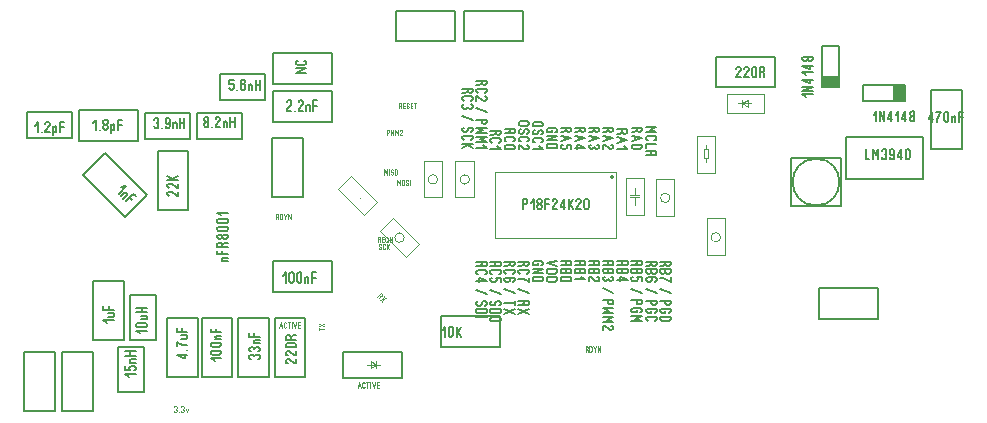
<source format=gbr>
%FSLAX34Y34*%
%MOMM*%
%LNSILK_BOTTOM_*%
G71*
G01*
%ADD10C, 0.16*%
%ADD11C, 0.15*%
%ADD12C, 0.16*%
%ADD13C, 0.10*%
%ADD14C, 0.08*%
%ADD15C, 0.10*%
%ADD16C, 0.30*%
%ADD17C, 0.00*%
%ADD18C, 0.20*%
%LPD*%
G54D10*
X171368Y716702D02*
X166368Y716702D01*
G54D10*
X167479Y716702D02*
X166702Y717146D01*
X166368Y718035D01*
X166702Y718924D01*
X167479Y719368D01*
X171368Y719368D01*
G54D10*
X171368Y722502D02*
X162479Y722502D01*
X162480Y725613D01*
G54D10*
X166924Y722502D02*
X166924Y725613D01*
G54D10*
X166924Y730479D02*
X168035Y731813D01*
X169146Y732257D01*
X171368Y732257D01*
G54D10*
X171368Y728702D02*
X162479Y728702D01*
X162479Y730924D01*
X163035Y731813D01*
X164146Y732257D01*
X165257Y732257D01*
X166368Y731813D01*
X166924Y730924D01*
X166924Y728702D01*
G54D10*
X166924Y737624D02*
X166924Y736735D01*
X166368Y735846D01*
X165257Y735402D01*
X164146Y735402D01*
X163035Y735846D01*
X162480Y736735D01*
X162479Y737624D01*
X163035Y738513D01*
X164146Y738957D01*
X165257Y738957D01*
X166368Y738513D01*
X166924Y737624D01*
X167480Y738513D01*
X168591Y738957D01*
X169702Y738957D01*
X170813Y738513D01*
X171368Y737624D01*
X171368Y736735D01*
X170813Y735846D01*
X169702Y735402D01*
X168590Y735402D01*
X167479Y735846D01*
X166924Y736735D01*
G54D10*
X164146Y745657D02*
X169702Y745657D01*
X170813Y745213D01*
X171368Y744324D01*
X171368Y743435D01*
X170813Y742546D01*
X169702Y742102D01*
X164146Y742102D01*
X163035Y742546D01*
X162479Y743435D01*
X162479Y744324D01*
X163035Y745213D01*
X164146Y745657D01*
G54D10*
X164146Y752357D02*
X169702Y752357D01*
X170813Y751913D01*
X171368Y751024D01*
X171368Y750135D01*
X170813Y749246D01*
X169702Y748802D01*
X164146Y748802D01*
X163035Y749246D01*
X162479Y750135D01*
X162479Y751024D01*
X163035Y751913D01*
X164146Y752357D01*
G54D10*
X165813Y755502D02*
X162480Y757724D01*
X171368Y757724D01*
G54D11*
X146036Y668316D02*
X120036Y668316D01*
X120036Y618316D01*
X146036Y618316D01*
X146036Y668316D01*
G54D12*
X137388Y637230D02*
X128499Y637230D01*
X134054Y634563D01*
X135165Y634563D01*
X135165Y638118D01*
G54D12*
X137388Y641230D02*
X137388Y641230D01*
G54D12*
X128499Y644341D02*
X128499Y647896D01*
X129610Y647452D01*
X131276Y646563D01*
X133499Y645674D01*
X135165Y645230D01*
X137388Y645230D01*
G54D12*
X132388Y653675D02*
X137388Y653675D01*
G54D12*
X136276Y653675D02*
X137165Y653230D01*
X137388Y652341D01*
X137165Y651452D01*
X136276Y651008D01*
X132388Y651008D01*
G54D12*
X137388Y656786D02*
X128499Y656786D01*
X128499Y659897D01*
G54D12*
X132943Y656786D02*
X132943Y659897D01*
G54D11*
X175404Y668316D02*
X149404Y668316D01*
X149404Y618316D01*
X175405Y618316D01*
X175404Y668316D01*
G54D12*
X160406Y632010D02*
X157073Y634232D01*
X165962Y634232D01*
G54D12*
X158739Y640899D02*
X164295Y640899D01*
X165406Y640454D01*
X165962Y639566D01*
X165962Y638676D01*
X165406Y637788D01*
X164295Y637343D01*
X158739Y637343D01*
X157628Y637788D01*
X157073Y638676D01*
X157073Y639566D01*
X157628Y640454D01*
X158739Y640899D01*
G54D12*
X158739Y647566D02*
X164295Y647566D01*
X165406Y647121D01*
X165962Y646232D01*
X165962Y645344D01*
X165406Y644455D01*
X164295Y644010D01*
X158739Y644010D01*
X157628Y644455D01*
X157073Y645344D01*
X157073Y646232D01*
X157628Y647121D01*
X158739Y647566D01*
G54D12*
X165962Y650677D02*
X160962Y650677D01*
G54D12*
X162073Y650677D02*
X161295Y651122D01*
X160962Y652010D01*
X161295Y652900D01*
X162073Y653344D01*
X165962Y653344D01*
G54D12*
X165962Y656455D02*
X157073Y656455D01*
X157073Y659566D01*
G54D12*
X161517Y656455D02*
X161517Y659566D01*
G54D11*
X206361Y668316D02*
X180361Y668316D01*
X180361Y618316D01*
X206361Y618316D01*
X206361Y668316D01*
G54D12*
X191282Y633649D02*
X190171Y634093D01*
X189615Y634982D01*
X189615Y635871D01*
X190171Y636760D01*
X191282Y637204D01*
X192393Y637204D01*
X193504Y636760D01*
X194060Y635871D01*
X194615Y636760D01*
X195726Y637204D01*
X196837Y637204D01*
X197948Y636760D01*
X198504Y635871D01*
X198504Y634982D01*
X197948Y634093D01*
X196837Y633649D01*
G54D12*
X191282Y640316D02*
X190171Y640760D01*
X189615Y641649D01*
X189615Y642538D01*
X190171Y643427D01*
X191282Y643871D01*
X192393Y643871D01*
X193504Y643427D01*
X194060Y642538D01*
X194615Y643427D01*
X195726Y643871D01*
X196837Y643871D01*
X197948Y643427D01*
X198504Y642538D01*
X198504Y641649D01*
X197948Y640760D01*
X196837Y640316D01*
G54D12*
X198504Y646983D02*
X193504Y646983D01*
G54D12*
X194615Y646983D02*
X193837Y647427D01*
X193504Y648316D01*
X193837Y649205D01*
X194615Y649650D01*
X198504Y649650D01*
G54D12*
X198504Y652761D02*
X189615Y652761D01*
X189615Y655872D01*
G54D12*
X194060Y652761D02*
X194060Y655872D01*
G54D13*
X126146Y592933D02*
X126413Y593600D01*
X126946Y593933D01*
X127480Y593933D01*
X128013Y593600D01*
X128280Y592933D01*
X128280Y592266D01*
X128013Y591600D01*
X127480Y591266D01*
X128013Y590933D01*
X128280Y590266D01*
X128280Y589600D01*
X128013Y588933D01*
X127480Y588600D01*
X126946Y588600D01*
X126413Y588933D01*
X126146Y589600D01*
G54D13*
X130146Y588600D02*
X130146Y588600D01*
G54D13*
X132013Y592933D02*
X132280Y593600D01*
X132813Y593933D01*
X133347Y593933D01*
X133880Y593600D01*
X134146Y592933D01*
X134147Y592266D01*
X133880Y591600D01*
X133347Y591266D01*
X133880Y590933D01*
X134147Y590266D01*
X134146Y589600D01*
X133880Y588933D01*
X133347Y588600D01*
X132813Y588600D01*
X132280Y588933D01*
X132013Y589600D01*
G54D13*
X136013Y591600D02*
X137080Y588600D01*
X138147Y591600D01*
G54D11*
X209636Y716641D02*
X209636Y690641D01*
X259636Y690641D01*
X259636Y716641D01*
X209636Y716641D01*
G54D12*
X218411Y703863D02*
X220633Y707196D01*
X220633Y698307D01*
G54D12*
X227300Y705530D02*
X227300Y699974D01*
X226855Y698863D01*
X225966Y698307D01*
X225077Y698307D01*
X224188Y698863D01*
X223744Y699974D01*
X223744Y705530D01*
X224188Y706641D01*
X225077Y707196D01*
X225966Y707196D01*
X226855Y706641D01*
X227300Y705530D01*
G54D12*
X233966Y705530D02*
X233966Y699974D01*
X233522Y698863D01*
X232633Y698307D01*
X231744Y698307D01*
X230855Y698863D01*
X230411Y699974D01*
X230411Y705530D01*
X230855Y706641D01*
X231744Y707196D01*
X232633Y707196D01*
X233522Y706641D01*
X233966Y705530D01*
G54D12*
X237078Y698307D02*
X237078Y703307D01*
G54D12*
X237078Y702196D02*
X237522Y702974D01*
X238411Y703307D01*
X239300Y702974D01*
X239745Y702196D01*
X239745Y698307D01*
G54D12*
X242856Y698307D02*
X242856Y707196D01*
X245967Y707196D01*
G54D12*
X242856Y702752D02*
X245967Y702752D01*
G54D14*
X215187Y660249D02*
X216298Y664693D01*
X217410Y660249D01*
G54D14*
X215632Y661915D02*
X216965Y661915D01*
G54D14*
X220743Y661082D02*
X220521Y660526D01*
X220076Y660248D01*
X219632Y660249D01*
X219188Y660526D01*
X218965Y661082D01*
X218965Y663860D01*
X219188Y664415D01*
X219632Y664693D01*
X220076Y664693D01*
X220521Y664415D01*
X220743Y663860D01*
G54D14*
X223188Y660249D02*
X223188Y664693D01*
G54D14*
X222299Y664693D02*
X224077Y664693D01*
G54D14*
X225633Y660249D02*
X225634Y664693D01*
G54D14*
X227189Y664693D02*
X228300Y660249D01*
X229412Y664693D01*
G54D14*
X232523Y660249D02*
X230967Y660249D01*
X230967Y664693D01*
X232523Y664693D01*
G54D14*
X230967Y662471D02*
X232523Y662471D01*
G54D14*
X252892Y658998D02*
X248448Y658999D01*
G54D14*
X248448Y658110D02*
X248448Y659888D01*
G54D14*
X248448Y661444D02*
X252892Y663666D01*
G54D14*
X252892Y661444D02*
X248448Y663666D01*
G54D11*
X88684Y649780D02*
X110684Y649780D01*
X110684Y687780D01*
X88684Y687780D01*
X88684Y649780D01*
G54D12*
X97544Y655380D02*
X94210Y657603D01*
X103099Y657603D01*
G54D12*
X95877Y664269D02*
X101432Y664269D01*
X102544Y663825D01*
X103099Y662936D01*
X103099Y662047D01*
X102544Y661158D01*
X101432Y660714D01*
X95877Y660714D01*
X94766Y661158D01*
X94210Y662047D01*
X94210Y662936D01*
X94766Y663825D01*
X95877Y664269D01*
G54D12*
X98099Y670047D02*
X103099Y670047D01*
G54D12*
X101988Y670047D02*
X102877Y669603D01*
X103099Y668714D01*
X102877Y667825D01*
X101988Y667380D01*
X98099Y667380D01*
G54D12*
X103099Y673158D02*
X94210Y673158D01*
G54D12*
X103099Y676714D02*
X94210Y676714D01*
G54D12*
X98655Y673158D02*
X98655Y676714D01*
G54D11*
X78578Y605915D02*
X100578Y605915D01*
X100578Y643915D01*
X78578Y643915D01*
X78578Y605915D01*
G54D12*
X87912Y618776D02*
X84578Y620998D01*
X93467Y620998D01*
G54D12*
X84578Y627664D02*
X84578Y624109D01*
X88467Y624109D01*
X88467Y624553D01*
X87912Y625442D01*
X87912Y626331D01*
X88467Y627220D01*
X89578Y627664D01*
X91801Y627664D01*
X92912Y627220D01*
X93467Y626331D01*
X93467Y625442D01*
X92912Y624553D01*
X91801Y624109D01*
G54D12*
X93467Y630776D02*
X88467Y630776D01*
G54D12*
X89578Y630776D02*
X88801Y631220D01*
X88467Y632109D01*
X88801Y632998D01*
X89578Y633442D01*
X93467Y633442D01*
G54D12*
X93467Y636554D02*
X84578Y636554D01*
G54D12*
X93467Y640109D02*
X84578Y640109D01*
G54D12*
X89023Y636554D02*
X89023Y640109D01*
G54D11*
X57634Y649882D02*
X83634Y649882D01*
X83634Y699882D01*
X57634Y699882D01*
X57634Y649882D01*
G54D12*
X69675Y664325D02*
X66342Y666547D01*
X75231Y666547D01*
G54D12*
X70231Y672325D02*
X75231Y672325D01*
G54D12*
X74120Y672325D02*
X75008Y671880D01*
X75231Y670992D01*
X75008Y670103D01*
X74120Y669658D01*
X70231Y669658D01*
G54D12*
X75231Y675436D02*
X66342Y675436D01*
X66342Y678547D01*
G54D12*
X70786Y675436D02*
X70786Y678547D01*
G54D11*
X138098Y809822D02*
X112098Y809822D01*
X112098Y759822D01*
X138098Y759822D01*
X138098Y809822D01*
G54D12*
X129146Y775423D02*
X129146Y771867D01*
X128591Y771867D01*
X127480Y772312D01*
X124146Y774978D01*
X123035Y775423D01*
X121924Y775423D01*
X120813Y774978D01*
X120257Y774089D01*
X120257Y773200D01*
X120813Y772312D01*
X121924Y771867D01*
G54D12*
X129146Y782090D02*
X129146Y778534D01*
X128591Y778534D01*
X127480Y778978D01*
X124146Y781645D01*
X123035Y782090D01*
X121924Y782090D01*
X120813Y781645D01*
X120257Y780756D01*
X120257Y779867D01*
X120813Y778978D01*
X121924Y778534D01*
G54D12*
X129146Y785201D02*
X120257Y785201D01*
G54D12*
X126368Y785201D02*
X120257Y788757D01*
G54D12*
X124702Y786534D02*
X129146Y788757D01*
G54D11*
X84768Y754380D02*
X103153Y772765D01*
X67797Y808121D01*
X49412Y789736D01*
X84768Y754380D01*
G54D12*
X81432Y779043D02*
X85361Y779829D01*
X79076Y773544D01*
G54D12*
X81275Y771344D02*
X84811Y774879D01*
G54D12*
X84025Y774094D02*
X84889Y774329D01*
X85754Y773937D01*
X86146Y773072D01*
X85910Y772208D01*
X83161Y769458D01*
G54D12*
X85361Y767258D02*
X91646Y773544D01*
X93846Y771344D01*
G54D12*
X88503Y770401D02*
X90703Y768201D01*
G54D11*
X183766Y820432D02*
X183766Y842432D01*
X145766Y842432D01*
X145766Y820432D01*
X183766Y820432D01*
G54D12*
X153816Y834372D02*
X152928Y834372D01*
X152039Y834927D01*
X151594Y836038D01*
X151594Y837150D01*
X152039Y838261D01*
X152928Y838816D01*
X153816Y838816D01*
X154706Y838261D01*
X155150Y837150D01*
X155150Y836038D01*
X154706Y834927D01*
X153816Y834372D01*
X154706Y833816D01*
X155150Y832705D01*
X155150Y831594D01*
X154706Y830483D01*
X153816Y829927D01*
X152928Y829927D01*
X152039Y830483D01*
X151594Y831594D01*
X151594Y832705D01*
X152039Y833816D01*
X152928Y834372D01*
G54D12*
X158261Y829927D02*
X158261Y829927D01*
G54D12*
X164928Y829927D02*
X161372Y829927D01*
X161372Y830483D01*
X161817Y831594D01*
X164484Y834927D01*
X164928Y836038D01*
X164928Y837150D01*
X164484Y838261D01*
X163594Y838816D01*
X162706Y838816D01*
X161817Y838261D01*
X161372Y837150D01*
G54D12*
X168039Y829927D02*
X168039Y834927D01*
G54D12*
X168039Y833816D02*
X168484Y834594D01*
X169373Y834927D01*
X170262Y834594D01*
X170706Y833816D01*
X170706Y829927D01*
G54D12*
X173817Y829927D02*
X173817Y838816D01*
G54D12*
X177373Y829927D02*
X177373Y838816D01*
G54D12*
X173817Y834372D02*
X177373Y834372D01*
G54D11*
X139742Y820402D02*
X139742Y842402D01*
X101742Y842402D01*
X101742Y820402D01*
X139742Y820402D01*
G54D12*
X109100Y836325D02*
X109544Y837436D01*
X110433Y837992D01*
X111322Y837992D01*
X112211Y837436D01*
X112656Y836325D01*
X112656Y835214D01*
X112211Y834103D01*
X111322Y833547D01*
X112211Y832992D01*
X112656Y831880D01*
X112656Y830769D01*
X112211Y829658D01*
X111322Y829103D01*
X110433Y829103D01*
X109544Y829658D01*
X109100Y830769D01*
G54D12*
X115767Y829103D02*
X115767Y829103D01*
G54D12*
X118878Y830769D02*
X119322Y829658D01*
X120211Y829103D01*
X121100Y829103D01*
X121989Y829658D01*
X122434Y830769D01*
X122434Y833547D01*
X122434Y834103D01*
X121100Y832992D01*
X120211Y832992D01*
X119322Y833547D01*
X118878Y834658D01*
X118878Y836325D01*
X119322Y837436D01*
X120211Y837992D01*
X121100Y837992D01*
X121989Y837436D01*
X122434Y836325D01*
X122434Y833547D01*
G54D12*
X125545Y829103D02*
X125545Y834103D01*
G54D12*
X125545Y832992D02*
X125989Y833769D01*
X126878Y834103D01*
X127767Y833769D01*
X128212Y832992D01*
X128212Y829103D01*
G54D12*
X131323Y829103D02*
X131323Y837992D01*
G54D12*
X134878Y829103D02*
X134878Y837992D01*
G54D12*
X131323Y833547D02*
X134878Y833547D01*
G54D11*
X45568Y844391D02*
X45568Y818391D01*
X95568Y818391D01*
X95568Y844391D01*
X45568Y844391D01*
G54D12*
X57888Y833174D02*
X60111Y836507D01*
X60111Y827618D01*
G54D12*
X63221Y827618D02*
X63221Y827618D01*
G54D12*
X68555Y832063D02*
X67666Y832063D01*
X66777Y832618D01*
X66332Y833729D01*
X66332Y834841D01*
X66777Y835952D01*
X67666Y836507D01*
X68555Y836507D01*
X69443Y835952D01*
X69888Y834841D01*
X69888Y833729D01*
X69443Y832618D01*
X68555Y832063D01*
X69443Y831507D01*
X69888Y830396D01*
X69888Y829285D01*
X69443Y828174D01*
X68555Y827618D01*
X67666Y827618D01*
X66777Y828174D01*
X66332Y829285D01*
X66332Y830396D01*
X66777Y831507D01*
X67666Y832063D01*
G54D12*
X72999Y832618D02*
X72999Y825396D01*
G54D12*
X72999Y829285D02*
X73444Y827841D01*
X74333Y827618D01*
X75222Y827841D01*
X75666Y828952D01*
X75666Y831174D01*
X75222Y832285D01*
X74333Y832618D01*
X73444Y832285D01*
X72999Y830952D01*
G54D12*
X78777Y827618D02*
X78777Y836507D01*
X81888Y836507D01*
G54D12*
X78777Y832063D02*
X81888Y832063D01*
G54D11*
X202714Y852727D02*
X202714Y874727D01*
X164714Y874727D01*
X164714Y852727D01*
X202714Y852727D01*
G54D12*
X176477Y870316D02*
X172922Y870316D01*
X172922Y866427D01*
X173366Y866427D01*
X174255Y866983D01*
X175144Y866983D01*
X176033Y866427D01*
X176477Y865316D01*
X176477Y863094D01*
X176033Y861983D01*
X175144Y861427D01*
X174255Y861427D01*
X173366Y861983D01*
X172922Y863094D01*
G54D12*
X179589Y861427D02*
X179589Y861427D01*
G54D12*
X186255Y868650D02*
X185811Y869761D01*
X184922Y870316D01*
X184033Y870316D01*
X183144Y869761D01*
X182700Y868650D01*
X182700Y865872D01*
X182700Y865316D01*
X184033Y866427D01*
X184922Y866427D01*
X185811Y865872D01*
X186255Y864761D01*
X186255Y863094D01*
X185811Y861983D01*
X184922Y861427D01*
X184033Y861427D01*
X183144Y861983D01*
X182700Y863094D01*
X182700Y865872D01*
G54D12*
X189367Y861427D02*
X189367Y866427D01*
G54D12*
X189367Y865316D02*
X189811Y866094D01*
X190700Y866427D01*
X191589Y866094D01*
X192033Y865316D01*
X192033Y861427D01*
G54D12*
X195145Y861427D02*
X195145Y870316D01*
G54D12*
X198700Y861427D02*
X198700Y870316D01*
G54D12*
X195145Y865872D02*
X198700Y865872D01*
G54D11*
X259666Y834239D02*
X259666Y860239D01*
X209666Y860239D01*
X209666Y834239D01*
X259666Y834239D01*
G54D12*
X225250Y843765D02*
X221695Y843765D01*
X221695Y844320D01*
X222139Y845432D01*
X224806Y848765D01*
X225250Y849876D01*
X225250Y850987D01*
X224806Y852098D01*
X223917Y852654D01*
X223028Y852654D01*
X222139Y852098D01*
X221695Y850987D01*
G54D12*
X228362Y843765D02*
X228362Y843765D01*
G54D12*
X235028Y843765D02*
X231473Y843765D01*
X231473Y844320D01*
X231917Y845432D01*
X234584Y848765D01*
X235028Y849876D01*
X235028Y850987D01*
X234584Y852098D01*
X233695Y852654D01*
X232806Y852654D01*
X231917Y852098D01*
X231473Y850987D01*
G54D12*
X238140Y843765D02*
X238140Y848765D01*
G54D12*
X238140Y847654D02*
X238584Y848432D01*
X239473Y848765D01*
X240362Y848432D01*
X240806Y847654D01*
X240806Y843765D01*
G54D12*
X243918Y843765D02*
X243918Y852654D01*
X247029Y852654D01*
G54D12*
X243918Y848209D02*
X247029Y848209D01*
G54D11*
X259666Y866783D02*
X259666Y892782D01*
X209666Y892783D01*
X209666Y866783D01*
X259666Y866783D01*
G54D12*
X237959Y876178D02*
X229070Y876178D01*
X237959Y879733D01*
X229070Y879733D01*
G54D12*
X236292Y886400D02*
X237403Y885956D01*
X237959Y885067D01*
X237959Y884178D01*
X237403Y883289D01*
X236292Y882845D01*
X230736Y882845D01*
X229625Y883289D01*
X229070Y884178D01*
X229070Y885067D01*
X229625Y885956D01*
X230736Y886400D01*
G54D11*
X235242Y820532D02*
X209241Y820532D01*
X209241Y770532D01*
X235242Y770532D01*
X235242Y820532D01*
G54D11*
X237318Y668316D02*
X211318Y668316D01*
X211318Y618316D01*
X237318Y618316D01*
X237318Y668316D01*
G54D12*
X229537Y633729D02*
X229537Y630173D01*
X228982Y630173D01*
X227871Y630618D01*
X224537Y633284D01*
X223426Y633729D01*
X222315Y633729D01*
X221204Y633284D01*
X220648Y632395D01*
X220648Y631506D01*
X221204Y630618D01*
X222315Y630173D01*
G54D12*
X229537Y640396D02*
X229537Y636840D01*
X228982Y636840D01*
X227871Y637285D01*
X224537Y639951D01*
X223426Y640396D01*
X222315Y640396D01*
X221204Y639951D01*
X220648Y639062D01*
X220648Y638174D01*
X221204Y637285D01*
X222315Y636840D01*
G54D12*
X222315Y647063D02*
X227871Y647063D01*
X228982Y646618D01*
X229537Y645729D01*
X229537Y644840D01*
X228982Y643952D01*
X227871Y643507D01*
X222315Y643507D01*
X221204Y643952D01*
X220648Y644840D01*
X220648Y645729D01*
X221204Y646618D01*
X222315Y647063D01*
G54D12*
X225093Y651952D02*
X226204Y653285D01*
X227315Y653730D01*
X229537Y653730D01*
G54D12*
X229537Y650174D02*
X220648Y650174D01*
X220648Y652396D01*
X221204Y653285D01*
X222315Y653730D01*
X223426Y653730D01*
X224537Y653285D01*
X225093Y652396D01*
X225093Y650174D01*
G54D14*
X300544Y687239D02*
X300622Y686375D01*
X300387Y685825D01*
X299601Y685039D01*
G54D14*
X298344Y686296D02*
X301487Y689439D01*
X302272Y688653D01*
X302390Y688143D01*
X302155Y687593D01*
X301762Y687200D01*
X301212Y686964D01*
X300701Y687082D01*
X299915Y687868D01*
G54D14*
X303844Y687082D02*
X302273Y682368D01*
G54D14*
X300701Y683939D02*
X305415Y685510D01*
G54D14*
X299388Y727474D02*
X299611Y726918D01*
X300055Y726640D01*
X300500Y726641D01*
X300944Y726918D01*
X301166Y727474D01*
X301166Y728029D01*
X300944Y728585D01*
X300500Y728863D01*
X300055Y728863D01*
X299611Y729140D01*
X299388Y729696D01*
X299389Y730252D01*
X299611Y730807D01*
X300055Y731085D01*
X300500Y731085D01*
X300944Y730807D01*
X301166Y730252D01*
G54D14*
X304500Y727474D02*
X304278Y726918D01*
X303834Y726641D01*
X303389Y726641D01*
X302945Y726918D01*
X302722Y727474D01*
X302722Y730252D01*
X302944Y730807D01*
X303389Y731085D01*
X303834Y731085D01*
X304278Y730807D01*
X304500Y730252D01*
G54D14*
X306056Y726641D02*
X306056Y731085D01*
G54D14*
X306056Y728029D02*
X307834Y731085D01*
G54D14*
X306723Y728863D02*
X307834Y726641D01*
G54D14*
X299550Y735105D02*
X300216Y734549D01*
X300438Y733994D01*
X300438Y732883D01*
G54D14*
X298661Y732883D02*
X298660Y737327D01*
X299772Y737327D01*
X300216Y737049D01*
X300438Y736494D01*
X300438Y735938D01*
X300216Y735383D01*
X299772Y735105D01*
X298660Y735105D01*
G54D14*
X303550Y732883D02*
X301995Y732883D01*
X301994Y737327D01*
X303550Y737327D01*
G54D14*
X301995Y735105D02*
X303550Y735105D01*
G54D14*
X305996Y733716D02*
X307107Y732883D01*
G54D14*
X306884Y736494D02*
X306884Y733716D01*
X306662Y733161D01*
X306218Y732883D01*
X305773Y732883D01*
X305329Y733161D01*
X305107Y733716D01*
X305107Y736494D01*
X305329Y737049D01*
X305773Y737327D01*
X306218Y737327D01*
X306662Y737050D01*
X306884Y736494D01*
G54D14*
X308663Y732883D02*
X308663Y737327D01*
X310440Y732883D01*
X310440Y737327D01*
G54D14*
X315199Y780864D02*
X315199Y785308D01*
X316310Y782530D01*
X317422Y785308D01*
X317422Y780864D01*
G54D14*
X320755Y784475D02*
X320755Y781697D01*
X320533Y781142D01*
X320088Y780864D01*
X319644Y780864D01*
X319200Y781142D01*
X318977Y781697D01*
X318977Y784475D01*
X319199Y785030D01*
X319644Y785308D01*
X320088Y785308D01*
X320533Y785031D01*
X320755Y784475D01*
G54D14*
X322311Y781697D02*
X322533Y781142D01*
X322978Y780864D01*
X323422Y780864D01*
X323867Y781141D01*
X324089Y781697D01*
X324089Y782253D01*
X323867Y782808D01*
X323422Y783086D01*
X322978Y783086D01*
X322534Y783364D01*
X322311Y783920D01*
X322311Y784475D01*
X322534Y785030D01*
X322978Y785308D01*
X323422Y785308D01*
X323867Y785030D01*
X324089Y784475D01*
G54D14*
X325645Y780864D02*
X325645Y785308D01*
G54D14*
X304215Y789918D02*
X304215Y794363D01*
X305326Y791585D01*
X306437Y794363D01*
X306437Y789918D01*
G54D14*
X307993Y789918D02*
X307993Y794363D01*
G54D14*
X309549Y790752D02*
X309771Y790196D01*
X310216Y789918D01*
X310660Y789918D01*
X311105Y790196D01*
X311327Y790752D01*
X311327Y791307D01*
X311105Y791863D01*
X310660Y792140D01*
X310216Y792140D01*
X309771Y792418D01*
X309549Y792974D01*
X309549Y793529D01*
X309771Y794085D01*
X310216Y794363D01*
X310660Y794363D01*
X311104Y794085D01*
X311327Y793529D01*
G54D14*
X314661Y793529D02*
X314661Y790752D01*
X314439Y790196D01*
X313994Y789918D01*
X313550Y789918D01*
X313105Y790196D01*
X312883Y790752D01*
X312883Y793529D01*
X313105Y794085D01*
X313550Y794363D01*
X313994Y794363D01*
X314439Y794085D01*
X314661Y793529D01*
G54D14*
X213380Y754154D02*
X214047Y753598D01*
X214269Y753043D01*
X214269Y751931D01*
G54D14*
X212491Y751931D02*
X212491Y756376D01*
X213602Y756376D01*
X214047Y756098D01*
X214269Y755542D01*
X214269Y754987D01*
X214047Y754431D01*
X213602Y754154D01*
X212491Y754154D01*
G54D14*
X215825Y751932D02*
X215825Y756376D01*
X216936Y756376D01*
X217381Y756098D01*
X217603Y755542D01*
X217603Y752765D01*
X217381Y752209D01*
X216936Y751931D01*
X215825Y751932D01*
G54D14*
X219159Y756376D02*
X220270Y754154D01*
X220270Y751931D01*
G54D14*
X220270Y754154D02*
X221382Y756376D01*
G54D14*
X222937Y751931D02*
X222937Y756376D01*
X224715Y751931D01*
X224715Y756376D01*
G54D14*
X317455Y848301D02*
X318122Y847746D01*
X318344Y847190D01*
X318344Y846079D01*
G54D14*
X316567Y846079D02*
X316567Y850524D01*
X317678Y850524D01*
X318122Y850246D01*
X318344Y849690D01*
X318344Y849135D01*
X318122Y848579D01*
X317678Y848301D01*
X316567Y848301D01*
G54D14*
X321456Y846079D02*
X319901Y846079D01*
X319901Y850524D01*
X321456Y850524D01*
G54D14*
X319901Y848301D02*
X321456Y848301D01*
G54D14*
X323013Y846912D02*
X323235Y846357D01*
X323679Y846079D01*
X324124Y846079D01*
X324568Y846357D01*
X324790Y846913D01*
X324790Y847468D01*
X324568Y848024D01*
X324124Y848301D01*
X323679Y848301D01*
X323235Y848579D01*
X323013Y849135D01*
X323013Y849690D01*
X323235Y850246D01*
X323679Y850524D01*
X324124Y850524D01*
X324568Y850246D01*
X324790Y849690D01*
G54D14*
X327902Y846079D02*
X326347Y846079D01*
X326347Y850524D01*
X327902Y850524D01*
G54D14*
X326347Y848301D02*
X327902Y848301D01*
G54D14*
X330347Y846079D02*
X330348Y850524D01*
G54D14*
X329459Y850524D02*
X331236Y850524D01*
G54D10*
X421770Y760534D02*
X421770Y769423D01*
X423992Y769423D01*
X424881Y768867D01*
X425325Y767756D01*
X425325Y766645D01*
X424881Y765534D01*
X423992Y764978D01*
X421770Y764978D01*
G54D10*
X428470Y766090D02*
X430692Y769423D01*
X430692Y760534D01*
G54D10*
X435992Y764978D02*
X435103Y764978D01*
X434214Y765534D01*
X433770Y766645D01*
X433770Y767756D01*
X434214Y768867D01*
X435103Y769423D01*
X435992Y769423D01*
X436881Y768867D01*
X437325Y767756D01*
X437325Y766645D01*
X436881Y765534D01*
X435992Y764978D01*
X436881Y764423D01*
X437325Y763312D01*
X437325Y762201D01*
X436881Y761090D01*
X435992Y760534D01*
X435103Y760534D01*
X434214Y761090D01*
X433770Y762201D01*
X433770Y763312D01*
X434214Y764423D01*
X435103Y764978D01*
G54D10*
X440470Y760534D02*
X440470Y769423D01*
X443581Y769423D01*
G54D10*
X440470Y764978D02*
X443581Y764978D01*
G54D10*
X450225Y760534D02*
X446670Y760534D01*
X446670Y761090D01*
X447114Y762201D01*
X449781Y765534D01*
X450225Y766645D01*
X450225Y767756D01*
X449781Y768867D01*
X448892Y769423D01*
X448003Y769423D01*
X447114Y768867D01*
X446670Y767756D01*
G54D10*
X456036Y760534D02*
X456036Y769423D01*
X453370Y763867D01*
X453370Y762756D01*
X456925Y762756D01*
G54D10*
X460070Y760534D02*
X460070Y769423D01*
G54D10*
X460070Y763312D02*
X463625Y769423D01*
G54D10*
X461403Y764978D02*
X463625Y760534D01*
G54D10*
X470325Y760534D02*
X466770Y760534D01*
X466770Y761090D01*
X467214Y762201D01*
X469881Y765534D01*
X470325Y766645D01*
X470325Y767756D01*
X469881Y768867D01*
X468992Y769423D01*
X468103Y769423D01*
X467214Y768867D01*
X466770Y767756D01*
G54D10*
X477025Y767756D02*
X477025Y762201D01*
X476581Y761090D01*
X475692Y760534D01*
X474803Y760534D01*
X473914Y761090D01*
X473470Y762201D01*
X473470Y767756D01*
X473914Y768867D01*
X474803Y769423D01*
X475692Y769423D01*
X476581Y768867D01*
X477025Y767756D01*
G54D15*
X500620Y736220D02*
X398227Y736220D01*
X398227Y791783D01*
X496255Y791783D01*
X500620Y791783D01*
X500620Y736220D01*
G54D16*
X496652Y787814D02*
X496652Y787814D01*
G54D10*
X525615Y830119D02*
X534504Y830119D01*
X528948Y827897D01*
X534504Y825675D01*
X525615Y825675D01*
G54D10*
X527282Y819064D02*
X526171Y819508D01*
X525615Y820397D01*
X525615Y821286D01*
X526171Y822175D01*
X527282Y822619D01*
X532838Y822619D01*
X533948Y822175D01*
X534504Y821286D01*
X534504Y820397D01*
X533948Y819508D01*
X532838Y819064D01*
G54D10*
X534504Y815919D02*
X525615Y815919D01*
X525615Y812808D01*
G54D10*
X530060Y807942D02*
X528948Y806608D01*
X527837Y806164D01*
X525615Y806164D01*
G54D10*
X525615Y809719D02*
X534504Y809719D01*
X534504Y807497D01*
X533948Y806608D01*
X532837Y806164D01*
X531726Y806164D01*
X530615Y806608D01*
X530060Y807497D01*
X530060Y809719D01*
G54D10*
X517891Y827719D02*
X516780Y826386D01*
X515669Y825941D01*
X513447Y825941D01*
G54D10*
X513447Y829497D02*
X522336Y829497D01*
X522336Y827275D01*
X521780Y826386D01*
X520669Y825942D01*
X519558Y825942D01*
X518447Y826386D01*
X517891Y827275D01*
X517891Y829497D01*
G54D10*
X513447Y822797D02*
X522336Y820575D01*
X513447Y818353D01*
G54D10*
X516780Y821908D02*
X516780Y819242D01*
G54D10*
X520669Y811742D02*
X515113Y811741D01*
X514002Y812186D01*
X513447Y813075D01*
X513447Y813964D01*
X514002Y814853D01*
X515113Y815297D01*
X520669Y815297D01*
X521780Y814853D01*
X522336Y813964D01*
X522336Y813075D01*
X521780Y812186D01*
X520669Y811742D01*
G54D10*
X505541Y826291D02*
X504430Y824958D01*
X503319Y824513D01*
X501097Y824513D01*
G54D10*
X501097Y828069D02*
X509986Y828069D01*
X509986Y825847D01*
X509430Y824958D01*
X508319Y824513D01*
X507208Y824513D01*
X506097Y824958D01*
X505541Y825847D01*
X505541Y828069D01*
G54D10*
X501097Y821369D02*
X509986Y819147D01*
X501097Y816925D01*
G54D10*
X504430Y820480D02*
X504430Y817813D01*
G54D10*
X506652Y813869D02*
X509986Y811647D01*
X501097Y811647D01*
G54D10*
X493679Y827766D02*
X492568Y826433D01*
X491456Y825988D01*
X489234Y825988D01*
G54D10*
X489234Y829544D02*
X498123Y829544D01*
X498123Y827322D01*
X497568Y826433D01*
X496456Y825988D01*
X495345Y825988D01*
X494234Y826433D01*
X493679Y827322D01*
X493679Y829544D01*
G54D10*
X489234Y822844D02*
X498123Y820622D01*
X489234Y818400D01*
G54D10*
X492568Y821955D02*
X492568Y819288D01*
G54D10*
X489234Y811788D02*
X489234Y815344D01*
X489790Y815344D01*
X490901Y814900D01*
X494234Y812233D01*
X495345Y811788D01*
X496456Y811788D01*
X497568Y812233D01*
X498123Y813122D01*
X498123Y814011D01*
X497568Y814900D01*
X496456Y815344D01*
G54D10*
X481772Y827766D02*
X480661Y826433D01*
X479550Y825988D01*
X477328Y825988D01*
G54D10*
X477328Y829544D02*
X486217Y829544D01*
X486217Y827322D01*
X485661Y826433D01*
X484550Y825988D01*
X483439Y825988D01*
X482328Y826433D01*
X481772Y827322D01*
X481772Y829544D01*
G54D10*
X477328Y822844D02*
X486217Y820622D01*
X477328Y818400D01*
G54D10*
X480661Y821955D02*
X480661Y819288D01*
G54D10*
X484550Y815344D02*
X485661Y814900D01*
X486217Y814011D01*
X486217Y813122D01*
X485661Y812233D01*
X484550Y811788D01*
X483439Y811788D01*
X482328Y812233D01*
X481772Y813122D01*
X481217Y812233D01*
X480106Y811788D01*
X478995Y811788D01*
X477884Y812233D01*
X477328Y813122D01*
X477328Y814011D01*
X477884Y814900D01*
X478995Y815344D01*
G54D10*
X469866Y827766D02*
X468755Y826433D01*
X467644Y825988D01*
X465422Y825988D01*
G54D10*
X465422Y829544D02*
X474311Y829544D01*
X474311Y827322D01*
X473755Y826433D01*
X472644Y825988D01*
X471533Y825988D01*
X470422Y826433D01*
X469866Y827322D01*
X469866Y829544D01*
G54D10*
X465422Y822844D02*
X474311Y820622D01*
X465422Y818400D01*
G54D10*
X468755Y821955D02*
X468755Y819288D01*
G54D10*
X465422Y812677D02*
X474311Y812677D01*
X468755Y815344D01*
X467644Y815344D01*
X467644Y811788D01*
G54D10*
X457960Y827766D02*
X456849Y826433D01*
X455738Y825988D01*
X453516Y825988D01*
G54D10*
X453516Y829544D02*
X462404Y829544D01*
X462404Y827322D01*
X461849Y826433D01*
X460738Y825988D01*
X459627Y825988D01*
X458516Y826433D01*
X457960Y827322D01*
X457960Y829544D01*
G54D10*
X453516Y822844D02*
X462404Y820622D01*
X453516Y818400D01*
G54D10*
X456849Y821955D02*
X456849Y819288D01*
G54D10*
X462404Y811788D02*
X462404Y815344D01*
X458516Y815344D01*
X458516Y814900D01*
X459071Y814011D01*
X459071Y813122D01*
X458516Y812233D01*
X457404Y811788D01*
X455182Y811788D01*
X454071Y812233D01*
X453516Y813122D01*
X453516Y814011D01*
X454071Y814900D01*
X455182Y815344D01*
G54D10*
X446054Y827366D02*
X446054Y825588D01*
X443276Y825588D01*
X442165Y826033D01*
X441609Y826922D01*
X441609Y827811D01*
X442165Y828700D01*
X443276Y829144D01*
X448832Y829144D01*
X449943Y828700D01*
X450498Y827811D01*
X450498Y826922D01*
X449943Y826033D01*
X448832Y825588D01*
G54D10*
X441609Y822444D02*
X450498Y822444D01*
X441609Y818888D01*
X450498Y818888D01*
G54D10*
X441609Y815744D02*
X450498Y815744D01*
X450498Y813522D01*
X449943Y812633D01*
X448832Y812188D01*
X443276Y812188D01*
X442165Y812633D01*
X441609Y813522D01*
X441609Y815744D01*
G54D10*
X436925Y830620D02*
X431370Y830620D01*
X430259Y831064D01*
X429703Y831953D01*
X429703Y832842D01*
X430259Y833731D01*
X431370Y834175D01*
X436925Y834175D01*
X438036Y833731D01*
X438592Y832842D01*
X438592Y831953D01*
X438036Y831064D01*
X436925Y830620D01*
G54D10*
X431370Y827475D02*
X430258Y827031D01*
X429703Y826142D01*
X429703Y825253D01*
X430258Y824364D01*
X431370Y823920D01*
X432481Y823920D01*
X433592Y824364D01*
X434147Y825253D01*
X434147Y826142D01*
X434703Y827031D01*
X435814Y827475D01*
X436925Y827475D01*
X438036Y827031D01*
X438592Y826142D01*
X438592Y825253D01*
X438036Y824364D01*
X436925Y823920D01*
G54D10*
X431370Y817220D02*
X430258Y817664D01*
X429703Y818553D01*
X429703Y819442D01*
X430258Y820331D01*
X431370Y820775D01*
X436925Y820775D01*
X438036Y820331D01*
X438592Y819442D01*
X438592Y818553D01*
X438036Y817664D01*
X436925Y817220D01*
G54D10*
X435258Y814075D02*
X438592Y811853D01*
X429703Y811853D01*
G54D10*
X425019Y831320D02*
X419463Y831320D01*
X418352Y831764D01*
X417797Y832653D01*
X417797Y833542D01*
X418352Y834431D01*
X419463Y834875D01*
X425019Y834875D01*
X426130Y834431D01*
X426686Y833542D01*
X426686Y832653D01*
X426130Y831764D01*
X425019Y831320D01*
G54D10*
X419463Y828175D02*
X418352Y827731D01*
X417797Y826842D01*
X417797Y825953D01*
X418352Y825064D01*
X419463Y824620D01*
X420574Y824620D01*
X421686Y825064D01*
X422241Y825953D01*
X422241Y826842D01*
X422797Y827731D01*
X423908Y828175D01*
X425019Y828175D01*
X426130Y827731D01*
X426686Y826842D01*
X426686Y825953D01*
X426130Y825064D01*
X425019Y824620D01*
G54D10*
X419463Y817920D02*
X418352Y818364D01*
X417797Y819253D01*
X417797Y820142D01*
X418352Y821031D01*
X419463Y821475D01*
X425019Y821475D01*
X426130Y821031D01*
X426686Y820142D01*
X426686Y819253D01*
X426130Y818364D01*
X425019Y817920D01*
G54D10*
X417797Y811220D02*
X417797Y814775D01*
X418352Y814775D01*
X419463Y814331D01*
X422797Y811664D01*
X423908Y811220D01*
X425019Y811220D01*
X426130Y811664D01*
X426686Y812553D01*
X426686Y813442D01*
X426130Y814331D01*
X425019Y814775D01*
G54D10*
X410335Y826572D02*
X409224Y825239D01*
X408113Y824795D01*
X405890Y824795D01*
G54D10*
X405890Y828350D02*
X414779Y828350D01*
X414779Y826128D01*
X414224Y825239D01*
X413113Y824795D01*
X412002Y824795D01*
X410890Y825239D01*
X410335Y826128D01*
X410335Y828350D01*
G54D10*
X407557Y818095D02*
X406446Y818539D01*
X405890Y819428D01*
X405890Y820317D01*
X406446Y821206D01*
X407557Y821650D01*
X413113Y821650D01*
X414224Y821206D01*
X414779Y820317D01*
X414779Y819428D01*
X414224Y818539D01*
X413113Y818095D01*
G54D10*
X413113Y811395D02*
X407557Y811395D01*
X406446Y811839D01*
X405890Y812728D01*
X405890Y813617D01*
X406446Y814506D01*
X407557Y814950D01*
X413113Y814950D01*
X414224Y814506D01*
X414779Y813617D01*
X414779Y812728D01*
X414224Y811839D01*
X413113Y811395D01*
G54D10*
X398368Y825427D02*
X397257Y824093D01*
X396146Y823649D01*
X393924Y823649D01*
G54D10*
X393924Y827205D02*
X402813Y827205D01*
X402813Y824982D01*
X402257Y824093D01*
X401146Y823649D01*
X400035Y823649D01*
X398924Y824093D01*
X398368Y824982D01*
X398368Y827205D01*
G54D10*
X395590Y816949D02*
X394479Y817393D01*
X393924Y818282D01*
X393924Y819171D01*
X394479Y820060D01*
X395590Y820505D01*
X401146Y820505D01*
X402257Y820060D01*
X402813Y819171D01*
X402813Y818282D01*
X402257Y817393D01*
X401146Y816949D01*
G54D10*
X399479Y813805D02*
X402813Y811582D01*
X393924Y811582D01*
G54D10*
X386497Y867681D02*
X385386Y866348D01*
X384274Y865903D01*
X382052Y865903D01*
G54D10*
X382052Y869459D02*
X390941Y869459D01*
X390941Y867237D01*
X390386Y866348D01*
X389274Y865903D01*
X388163Y865903D01*
X387052Y866348D01*
X386497Y867237D01*
X386497Y869459D01*
G54D10*
X383719Y859203D02*
X382608Y859648D01*
X382052Y860537D01*
X382052Y861426D01*
X382608Y862314D01*
X383719Y862759D01*
X389274Y862759D01*
X390386Y862314D01*
X390941Y861426D01*
X390941Y860537D01*
X390386Y859648D01*
X389274Y859203D01*
G54D10*
X382052Y852503D02*
X382052Y856059D01*
X382608Y856059D01*
X383719Y855614D01*
X387052Y852948D01*
X388163Y852503D01*
X389274Y852503D01*
X390386Y852948D01*
X390941Y853837D01*
X390941Y854725D01*
X390386Y855614D01*
X389274Y856059D01*
G54D10*
X382052Y846159D02*
X390941Y842603D01*
G54D10*
X382052Y836259D02*
X390941Y836259D01*
X390941Y834037D01*
X390386Y833148D01*
X389274Y832703D01*
X388163Y832703D01*
X387052Y833148D01*
X386497Y834037D01*
X386497Y836259D01*
G54D10*
X390941Y829559D02*
X382052Y829559D01*
X387608Y827337D01*
X382052Y825114D01*
X390941Y825114D01*
G54D10*
X382052Y822059D02*
X390941Y822059D01*
X385386Y819837D01*
X390941Y817614D01*
X382052Y817614D01*
G54D10*
X387608Y814559D02*
X390941Y812337D01*
X382052Y812337D01*
G54D10*
X374649Y860939D02*
X373538Y859606D01*
X372427Y859161D01*
X370205Y859161D01*
G54D10*
X370205Y862717D02*
X379094Y862717D01*
X379094Y860495D01*
X378538Y859606D01*
X377427Y859161D01*
X376316Y859161D01*
X375205Y859606D01*
X374649Y860495D01*
X374649Y862717D01*
G54D10*
X371872Y852461D02*
X370760Y852906D01*
X370205Y853795D01*
X370205Y854684D01*
X370760Y855573D01*
X371872Y856017D01*
X377427Y856017D01*
X378538Y855573D01*
X379094Y854684D01*
X379094Y853795D01*
X378538Y852906D01*
X377427Y852461D01*
G54D10*
X377427Y849317D02*
X378538Y848873D01*
X379094Y847984D01*
X379094Y847095D01*
X378538Y846206D01*
X377427Y845761D01*
X376316Y845761D01*
X375205Y846206D01*
X374649Y847095D01*
X374094Y846206D01*
X372983Y845761D01*
X371872Y845761D01*
X370760Y846206D01*
X370205Y847095D01*
X370205Y847984D01*
X370760Y848873D01*
X371872Y849317D01*
G54D10*
X370205Y839417D02*
X379094Y835861D01*
G54D10*
X371872Y829517D02*
X370760Y829073D01*
X370205Y828184D01*
X370205Y827295D01*
X370760Y826406D01*
X371872Y825961D01*
X372983Y825961D01*
X374094Y826406D01*
X374649Y827295D01*
X374650Y828184D01*
X375205Y829073D01*
X376316Y829517D01*
X377427Y829517D01*
X378538Y829073D01*
X379094Y828184D01*
X379094Y827295D01*
X378538Y826406D01*
X377427Y825961D01*
G54D10*
X371872Y819261D02*
X370760Y819706D01*
X370205Y820595D01*
X370205Y821484D01*
X370760Y822373D01*
X371872Y822817D01*
X377427Y822817D01*
X378538Y822373D01*
X379094Y821484D01*
X379094Y820595D01*
X378538Y819706D01*
X377427Y819261D01*
G54D10*
X370205Y816117D02*
X379094Y816117D01*
G54D10*
X372983Y816117D02*
X379094Y812561D01*
G54D10*
X374649Y814784D02*
X370205Y812561D01*
G54D10*
X386466Y713972D02*
X385355Y712639D01*
X384244Y712195D01*
X382022Y712195D01*
G54D10*
X382022Y715750D02*
X390911Y715750D01*
X390911Y713528D01*
X390355Y712639D01*
X389244Y712195D01*
X388133Y712195D01*
X387022Y712639D01*
X386466Y713528D01*
X386466Y715750D01*
G54D10*
X383688Y705495D02*
X382577Y705939D01*
X382022Y706828D01*
X382022Y707717D01*
X382577Y708606D01*
X383688Y709050D01*
X389244Y709050D01*
X390355Y708606D01*
X390911Y707717D01*
X390911Y706828D01*
X390355Y705939D01*
X389244Y705495D01*
G54D10*
X382022Y699684D02*
X390911Y699684D01*
X385355Y702350D01*
X384244Y702350D01*
X384244Y698795D01*
G54D10*
X382022Y692450D02*
X390911Y688895D01*
G54D10*
X383688Y682550D02*
X382577Y682106D01*
X382022Y681217D01*
X382022Y680328D01*
X382577Y679439D01*
X383688Y678995D01*
X384800Y678995D01*
X385911Y679439D01*
X386466Y680328D01*
X386466Y681217D01*
X387022Y682106D01*
X388133Y682550D01*
X389244Y682550D01*
X390355Y682106D01*
X390911Y681217D01*
X390911Y680328D01*
X390355Y679439D01*
X389244Y678995D01*
G54D10*
X382022Y675850D02*
X390911Y675850D01*
X390911Y673628D01*
X390355Y672739D01*
X389244Y672295D01*
X383688Y672295D01*
X382577Y672739D01*
X382022Y673628D01*
X382022Y675850D01*
G54D10*
X382022Y669150D02*
X390911Y669150D01*
G54D10*
X398082Y714105D02*
X396971Y712772D01*
X395860Y712327D01*
X393638Y712327D01*
G54D10*
X393638Y715883D02*
X402527Y715883D01*
X402527Y713660D01*
X401971Y712772D01*
X400860Y712327D01*
X399749Y712327D01*
X398638Y712772D01*
X398082Y713660D01*
X398082Y715883D01*
G54D10*
X395304Y705627D02*
X394193Y706071D01*
X393638Y706960D01*
X393638Y707849D01*
X394193Y708738D01*
X395304Y709183D01*
X400860Y709183D01*
X401971Y708738D01*
X402527Y707849D01*
X402527Y706960D01*
X401971Y706071D01*
X400860Y705627D01*
G54D10*
X402527Y698927D02*
X402527Y702483D01*
X398638Y702483D01*
X398638Y702038D01*
X399193Y701149D01*
X399193Y700260D01*
X398638Y699372D01*
X397527Y698927D01*
X395304Y698927D01*
X394193Y699372D01*
X393638Y700260D01*
X393638Y701149D01*
X394193Y702038D01*
X395304Y702483D01*
G54D10*
X393638Y692583D02*
X402527Y689027D01*
G54D10*
X395304Y682683D02*
X394193Y682238D01*
X393638Y681349D01*
X393638Y680460D01*
X394193Y679572D01*
X395304Y679127D01*
X396416Y679127D01*
X397527Y679572D01*
X398082Y680460D01*
X398082Y681349D01*
X398638Y682238D01*
X399749Y682683D01*
X400860Y682683D01*
X401971Y682238D01*
X402527Y681349D01*
X402527Y680460D01*
X401971Y679572D01*
X400860Y679127D01*
G54D10*
X393638Y675983D02*
X402527Y675983D01*
X402527Y673760D01*
X401971Y672872D01*
X400860Y672427D01*
X395304Y672427D01*
X394193Y672872D01*
X393638Y673760D01*
X393638Y675983D01*
G54D10*
X400860Y665727D02*
X395304Y665727D01*
X394193Y666172D01*
X393638Y667060D01*
X393638Y667949D01*
X394193Y668838D01*
X395304Y669283D01*
X400860Y669283D01*
X401971Y668838D01*
X402527Y667949D01*
X402527Y667060D01*
X401971Y666171D01*
X400860Y665727D01*
G54D10*
X410216Y714331D02*
X409104Y712998D01*
X407993Y712553D01*
X405771Y712553D01*
G54D10*
X405771Y716109D02*
X414660Y716109D01*
X414660Y713887D01*
X414104Y712998D01*
X412993Y712553D01*
X411882Y712553D01*
X410771Y712998D01*
X410216Y713887D01*
X410216Y716109D01*
G54D10*
X407438Y705853D02*
X406327Y706298D01*
X405771Y707187D01*
X405771Y708076D01*
X406327Y708964D01*
X407438Y709409D01*
X412993Y709409D01*
X414104Y708964D01*
X414660Y708076D01*
X414660Y707187D01*
X414104Y706298D01*
X412993Y705853D01*
G54D10*
X412993Y699153D02*
X414104Y699598D01*
X414660Y700487D01*
X414660Y701376D01*
X414104Y702264D01*
X412993Y702709D01*
X410215Y702709D01*
X409660Y702709D01*
X410771Y701376D01*
X410771Y700487D01*
X410215Y699598D01*
X409104Y699153D01*
X407438Y699153D01*
X406327Y699598D01*
X405771Y700487D01*
X405771Y701376D01*
X406327Y702264D01*
X407438Y702709D01*
X410215Y702709D01*
G54D10*
X405771Y692809D02*
X414660Y689253D01*
G54D10*
X405771Y681131D02*
X414660Y681131D01*
G54D10*
X414660Y682909D02*
X414660Y679353D01*
G54D10*
X414660Y676209D02*
X405771Y671764D01*
G54D10*
X405771Y676209D02*
X414660Y671764D01*
G54D10*
X422118Y714314D02*
X421007Y712981D01*
X419896Y712536D01*
X417674Y712536D01*
G54D10*
X417674Y716092D02*
X426563Y716092D01*
X426563Y713870D01*
X426007Y712981D01*
X424896Y712536D01*
X423785Y712536D01*
X422674Y712981D01*
X422118Y713870D01*
X422118Y716092D01*
G54D10*
X419340Y705836D02*
X418229Y706281D01*
X417674Y707170D01*
X417674Y708059D01*
X418229Y708948D01*
X419340Y709392D01*
X424896Y709392D01*
X426007Y708948D01*
X426563Y708059D01*
X426563Y707170D01*
X426007Y706281D01*
X424896Y705836D01*
G54D10*
X426563Y702692D02*
X426563Y699136D01*
X425452Y699581D01*
X423785Y700470D01*
X421563Y701359D01*
X419896Y701803D01*
X417674Y701803D01*
G54D10*
X417674Y692792D02*
X426563Y689236D01*
G54D10*
X422118Y681114D02*
X421007Y679781D01*
X419896Y679336D01*
X417674Y679336D01*
G54D10*
X417674Y682892D02*
X426563Y682892D01*
X426563Y680670D01*
X426007Y679781D01*
X424896Y679336D01*
X423785Y679336D01*
X422674Y679781D01*
X422118Y680670D01*
X422118Y682892D01*
G54D10*
X426563Y676192D02*
X417674Y671748D01*
G54D10*
X417674Y676192D02*
X426563Y671748D01*
G54D10*
X434084Y714900D02*
X434084Y713122D01*
X431306Y713122D01*
X430195Y713566D01*
X429640Y714455D01*
X429640Y715344D01*
X430195Y716233D01*
X431306Y716678D01*
X436862Y716678D01*
X437973Y716233D01*
X438529Y715344D01*
X438529Y714455D01*
X437973Y713566D01*
X436862Y713122D01*
G54D10*
X429640Y709978D02*
X438529Y709978D01*
X429640Y706422D01*
X438529Y706422D01*
G54D10*
X429640Y703278D02*
X438529Y703278D01*
X438529Y701055D01*
X437973Y700166D01*
X436862Y699722D01*
X431306Y699722D01*
X430195Y700166D01*
X429640Y701055D01*
X429640Y703278D01*
G54D10*
X450425Y717067D02*
X441536Y714845D01*
X450425Y712623D01*
G54D10*
X441536Y709567D02*
X450425Y709567D01*
X450425Y707345D01*
X449870Y706456D01*
X448758Y706012D01*
X443203Y706012D01*
X442092Y706456D01*
X441536Y707345D01*
X441536Y709567D01*
G54D10*
X441536Y702867D02*
X450425Y702867D01*
X450425Y700645D01*
X449870Y699756D01*
X448758Y699312D01*
X443203Y699312D01*
X442092Y699756D01*
X441536Y700645D01*
X441536Y702867D01*
G54D10*
X457947Y714900D02*
X456836Y713566D01*
X455724Y713122D01*
X453502Y713122D01*
G54D10*
X453502Y716678D02*
X462391Y716678D01*
X462391Y714455D01*
X461836Y713566D01*
X460724Y713122D01*
X459613Y713122D01*
X458502Y713566D01*
X457947Y714455D01*
X457947Y716678D01*
G54D10*
X453502Y709978D02*
X462391Y709978D01*
X462391Y707755D01*
X461836Y706866D01*
X460724Y706422D01*
X459613Y706422D01*
X458502Y706866D01*
X457947Y707755D01*
X457391Y706866D01*
X456280Y706422D01*
X455169Y706422D01*
X454058Y706866D01*
X453502Y707755D01*
X453502Y709978D01*
G54D10*
X457947Y709978D02*
X457947Y707755D01*
G54D10*
X460724Y699722D02*
X455169Y699722D01*
X454058Y700166D01*
X453502Y701055D01*
X453502Y701944D01*
X454058Y702833D01*
X455169Y703278D01*
X460724Y703278D01*
X461836Y702833D01*
X462391Y701944D01*
X462391Y701055D01*
X461836Y700166D01*
X460724Y699722D01*
G54D10*
X469753Y714994D02*
X468642Y713660D01*
X467531Y713216D01*
X465308Y713216D01*
G54D10*
X465308Y716771D02*
X474197Y716771D01*
X474197Y714549D01*
X473642Y713660D01*
X472531Y713216D01*
X471420Y713216D01*
X470308Y713660D01*
X469753Y714549D01*
X469753Y716771D01*
G54D10*
X465308Y710071D02*
X474197Y710071D01*
X474197Y707849D01*
X473642Y706960D01*
X472531Y706516D01*
X471420Y706516D01*
X470308Y706960D01*
X469753Y707849D01*
X469197Y706960D01*
X468086Y706516D01*
X466975Y706516D01*
X465864Y706960D01*
X465308Y707849D01*
X465308Y710071D01*
G54D10*
X469753Y710071D02*
X469753Y707849D01*
G54D10*
X470864Y703371D02*
X474197Y701149D01*
X465308Y701149D01*
G54D10*
X481659Y714900D02*
X480548Y713566D01*
X479437Y713122D01*
X477215Y713122D01*
G54D10*
X477215Y716678D02*
X486104Y716678D01*
X486104Y714455D01*
X485548Y713566D01*
X484437Y713122D01*
X483326Y713122D01*
X482215Y713566D01*
X481659Y714455D01*
X481659Y716678D01*
G54D10*
X477215Y709978D02*
X486104Y709978D01*
X486104Y707755D01*
X485548Y706866D01*
X484437Y706422D01*
X483326Y706422D01*
X482215Y706866D01*
X481659Y707755D01*
X481104Y706866D01*
X479992Y706422D01*
X478881Y706422D01*
X477770Y706866D01*
X477215Y707755D01*
X477215Y709978D01*
G54D10*
X481659Y709978D02*
X481659Y707755D01*
G54D10*
X477215Y699722D02*
X477215Y703278D01*
X477770Y703278D01*
X478881Y702833D01*
X482215Y700166D01*
X483326Y699722D01*
X484437Y699722D01*
X485548Y700166D01*
X486104Y701055D01*
X486104Y701944D01*
X485548Y702833D01*
X484437Y703278D01*
G54D10*
X493616Y715012D02*
X492504Y713679D01*
X491393Y713234D01*
X489171Y713234D01*
G54D10*
X489171Y716790D02*
X498060Y716790D01*
X498060Y714568D01*
X497504Y713679D01*
X496393Y713235D01*
X495282Y713234D01*
X494171Y713679D01*
X493616Y714568D01*
X493616Y716790D01*
G54D10*
X489171Y710090D02*
X498060Y710090D01*
X498060Y707868D01*
X497504Y706979D01*
X496393Y706535D01*
X495282Y706535D01*
X494171Y706979D01*
X493616Y707868D01*
X493060Y706979D01*
X491949Y706534D01*
X490838Y706535D01*
X489726Y706979D01*
X489171Y707868D01*
X489171Y710090D01*
G54D10*
X493615Y710090D02*
X493616Y707868D01*
G54D10*
X496393Y703390D02*
X497504Y702946D01*
X498060Y702057D01*
X498060Y701168D01*
X497504Y700279D01*
X496393Y699835D01*
X495282Y699834D01*
X494171Y700279D01*
X493616Y701168D01*
X493060Y700279D01*
X491949Y699834D01*
X490838Y699835D01*
X489726Y700279D01*
X489171Y701168D01*
X489171Y702057D01*
X489726Y702946D01*
X490838Y703390D01*
G54D10*
X489171Y693490D02*
X498060Y689934D01*
G54D10*
X489171Y683590D02*
X498060Y683590D01*
X498060Y681368D01*
X497504Y680479D01*
X496393Y680035D01*
X495282Y680035D01*
X494171Y680479D01*
X493616Y681368D01*
X493615Y683590D01*
G54D10*
X498060Y676890D02*
X489171Y676890D01*
X494726Y674668D01*
X489171Y672446D01*
X498060Y672446D01*
G54D10*
X489171Y669390D02*
X498060Y669390D01*
X492504Y667168D01*
X498060Y664946D01*
X489171Y664946D01*
G54D10*
X489171Y658335D02*
X489171Y661890D01*
X489726Y661890D01*
X490838Y661446D01*
X494171Y658779D01*
X495282Y658334D01*
X496393Y658335D01*
X497504Y658779D01*
X498060Y659668D01*
X498060Y660557D01*
X497504Y661446D01*
X496393Y661890D01*
G54D10*
X505572Y714900D02*
X504461Y713566D01*
X503350Y713122D01*
X501127Y713122D01*
G54D10*
X501127Y716678D02*
X510016Y716678D01*
X510016Y714455D01*
X509461Y713566D01*
X508350Y713122D01*
X507238Y713122D01*
X506127Y713566D01*
X505572Y714455D01*
X505572Y716678D01*
G54D10*
X501127Y709978D02*
X510016Y709978D01*
X510016Y707755D01*
X509461Y706866D01*
X508350Y706422D01*
X507238Y706422D01*
X506127Y706866D01*
X505572Y707755D01*
X505016Y706866D01*
X503905Y706422D01*
X502794Y706422D01*
X501683Y706866D01*
X501127Y707755D01*
X501127Y709978D01*
G54D10*
X505572Y709978D02*
X505572Y707755D01*
G54D10*
X501127Y700611D02*
X510016Y700611D01*
X504461Y703278D01*
X503350Y703278D01*
X503350Y699722D01*
G54D10*
X517824Y714922D02*
X516713Y713589D01*
X515602Y713144D01*
X513380Y713144D01*
G54D10*
X513380Y716700D02*
X522269Y716700D01*
X522269Y714478D01*
X521713Y713589D01*
X520602Y713144D01*
X519491Y713144D01*
X518380Y713589D01*
X517824Y714478D01*
X517824Y716700D01*
G54D10*
X513380Y710000D02*
X522269Y710000D01*
X522269Y707778D01*
X521713Y706889D01*
X520602Y706444D01*
X519491Y706444D01*
X518380Y706889D01*
X517824Y707778D01*
X517269Y706889D01*
X516158Y706444D01*
X515047Y706444D01*
X513936Y706889D01*
X513380Y707778D01*
X513380Y710000D01*
G54D10*
X517824Y710000D02*
X517824Y707778D01*
G54D10*
X522269Y699744D02*
X522269Y703300D01*
X518380Y703300D01*
X518380Y702856D01*
X518936Y701967D01*
X518936Y701078D01*
X518380Y700189D01*
X517269Y699744D01*
X515047Y699744D01*
X513936Y700189D01*
X513380Y701078D01*
X513380Y701967D01*
X513936Y702856D01*
X515047Y703300D01*
G54D10*
X513380Y693400D02*
X522269Y689844D01*
G54D10*
X513380Y683500D02*
X522269Y683500D01*
X522269Y681278D01*
X521713Y680389D01*
X520602Y679944D01*
X519491Y679944D01*
X518380Y680389D01*
X517824Y681278D01*
X517824Y683500D01*
G54D10*
X517824Y675022D02*
X517824Y673245D01*
X515047Y673244D01*
X513936Y673689D01*
X513380Y674578D01*
X513380Y675467D01*
X513936Y676356D01*
X515047Y676800D01*
X520602Y676800D01*
X521713Y676356D01*
X522269Y675467D01*
X522269Y674578D01*
X521713Y673689D01*
X520602Y673244D01*
G54D10*
X513380Y670100D02*
X522269Y670100D01*
X516713Y667878D01*
X522269Y665656D01*
X513380Y665656D01*
G54D10*
X542091Y714459D02*
X540980Y713125D01*
X539869Y712681D01*
X537647Y712681D01*
G54D10*
X537647Y716236D02*
X546536Y716236D01*
X546536Y714014D01*
X545980Y713125D01*
X544869Y712681D01*
X543758Y712681D01*
X542647Y713125D01*
X542091Y714014D01*
X542091Y716236D01*
G54D10*
X537647Y709536D02*
X546536Y709536D01*
X546536Y707314D01*
X545980Y706425D01*
X544869Y705981D01*
X543758Y705981D01*
X542647Y706425D01*
X542091Y707314D01*
X541536Y706425D01*
X540425Y705981D01*
X539313Y705981D01*
X538202Y706425D01*
X537647Y707314D01*
X537647Y709536D01*
G54D10*
X542091Y709536D02*
X542091Y707314D01*
G54D10*
X546536Y702836D02*
X546536Y699281D01*
X545425Y699725D01*
X543758Y700614D01*
X541536Y701503D01*
X539869Y701948D01*
X537647Y701948D01*
G54D10*
X537647Y692936D02*
X546536Y689381D01*
G54D10*
X537647Y683036D02*
X546536Y683036D01*
X546536Y680814D01*
X545980Y679925D01*
X544869Y679481D01*
X543758Y679481D01*
X542647Y679925D01*
X542091Y680814D01*
X542091Y683036D01*
G54D10*
X542091Y674559D02*
X542091Y672781D01*
X539314Y672781D01*
X538202Y673225D01*
X537647Y674114D01*
X537647Y675003D01*
X538202Y675892D01*
X539314Y676336D01*
X544869Y676336D01*
X545980Y675892D01*
X546536Y675003D01*
X546536Y674114D01*
X545980Y673225D01*
X544869Y672781D01*
G54D10*
X537647Y669636D02*
X546536Y669636D01*
X546536Y667414D01*
X545980Y666525D01*
X544869Y666081D01*
X539313Y666081D01*
X538202Y666525D01*
X537647Y667414D01*
X537647Y669636D01*
G54D10*
X530210Y714484D02*
X529099Y713150D01*
X527988Y712706D01*
X525766Y712706D01*
G54D10*
X525766Y716261D02*
X534654Y716261D01*
X534654Y714039D01*
X534099Y713150D01*
X532988Y712706D01*
X531877Y712706D01*
X530766Y713150D01*
X530210Y714039D01*
X530210Y716261D01*
G54D10*
X525766Y709561D02*
X534654Y709561D01*
X534654Y707339D01*
X534099Y706450D01*
X532988Y706006D01*
X531877Y706006D01*
X530766Y706450D01*
X530210Y707339D01*
X529654Y706450D01*
X528543Y706006D01*
X527432Y706006D01*
X526321Y706450D01*
X525766Y707339D01*
X525766Y709561D01*
G54D10*
X530210Y709561D02*
X530210Y707339D01*
G54D10*
X532988Y699306D02*
X534099Y699750D01*
X534654Y700639D01*
X534654Y701528D01*
X534099Y702417D01*
X532988Y702861D01*
X530210Y702861D01*
X529654Y702861D01*
X530766Y701528D01*
X530766Y700639D01*
X530210Y699750D01*
X529099Y699306D01*
X527432Y699306D01*
X526321Y699750D01*
X525766Y700639D01*
X525766Y701528D01*
X526321Y702417D01*
X527432Y702861D01*
X530210Y702861D01*
G54D10*
X525766Y692961D02*
X534654Y689406D01*
G54D10*
X525766Y683061D02*
X534654Y683061D01*
X534654Y680839D01*
X534099Y679950D01*
X532988Y679506D01*
X531877Y679506D01*
X530766Y679950D01*
X530210Y680839D01*
X530210Y683061D01*
G54D10*
X530210Y674584D02*
X530210Y672806D01*
X527432Y672806D01*
X526321Y673250D01*
X525766Y674139D01*
X525766Y675028D01*
X526321Y675917D01*
X527432Y676361D01*
X532988Y676361D01*
X534099Y675917D01*
X534654Y675028D01*
X534654Y674139D01*
X534099Y673250D01*
X532988Y672806D01*
G54D10*
X527432Y666106D02*
X526321Y666550D01*
X525766Y667439D01*
X525766Y668328D01*
X526321Y669217D01*
X527432Y669661D01*
X532988Y669661D01*
X534099Y669217D01*
X534654Y668328D01*
X534654Y667439D01*
X534099Y666550D01*
X532988Y666106D01*
G54D17*
X576340Y800405D02*
X576340Y803605D01*
X577940Y803605D01*
X577940Y811505D01*
X574740Y811505D01*
X574740Y803605D01*
X576340Y803605D01*
G54D17*
X576340Y811505D02*
X576340Y814705D01*
G54D15*
X584288Y791627D02*
X584288Y822827D01*
X568688Y822827D01*
X568688Y791627D01*
X584288Y791627D01*
G54D15*
X593966Y842276D02*
X625166Y842276D01*
X625166Y857876D01*
X593967Y857876D01*
X593966Y842276D01*
G54D17*
X603862Y850118D02*
X614975Y850118D01*
G54D17*
X607037Y846943D02*
X607037Y853293D01*
G54D17*
X607037Y850118D02*
X611800Y853293D01*
X611800Y846943D01*
X607037Y850118D01*
G54D15*
X534146Y786067D02*
X534146Y754867D01*
X549746Y754867D01*
X549746Y786067D01*
X534146Y786067D01*
G54D17*
G75*
G01X541960Y774173D02*
G03X541960Y774173I0J-4000D01*
G01*
G54D15*
X577008Y752729D02*
X577008Y721529D01*
X592608Y721529D01*
X592609Y752729D01*
X577008Y752729D01*
G54D17*
G75*
G01X584821Y740836D02*
G03X584821Y740836I0J-4000D01*
G01*
G54D17*
X516237Y770372D02*
X516237Y763997D01*
G54D17*
X516237Y778310D02*
X516237Y772728D01*
G54D17*
X512314Y772387D02*
X519458Y772387D01*
G54D17*
X512314Y770800D02*
X519458Y770800D01*
G54D15*
X524012Y755463D02*
X524012Y786663D01*
X508412Y786663D01*
X508412Y755463D01*
X524012Y755463D01*
G54D11*
X313619Y928572D02*
X313619Y902572D01*
X363619Y902572D01*
X363619Y928572D01*
X313619Y928572D01*
G54D11*
X371561Y928572D02*
X371561Y902572D01*
X421561Y902572D01*
X421561Y928572D01*
X371561Y928572D01*
G54D11*
X585080Y889678D02*
X585080Y863678D01*
X635080Y863678D01*
X635080Y889678D01*
X585080Y889678D01*
G54D12*
X605857Y872234D02*
X602301Y872234D01*
X602301Y872789D01*
X602746Y873900D01*
X605412Y877234D01*
X605857Y878345D01*
X605857Y879456D01*
X605412Y880567D01*
X604523Y881123D01*
X603635Y881123D01*
X602746Y880567D01*
X602301Y879456D01*
G54D12*
X612524Y872234D02*
X608968Y872234D01*
X608968Y872789D01*
X609413Y873900D01*
X612079Y877234D01*
X612524Y878345D01*
X612524Y879456D01*
X612079Y880567D01*
X611190Y881123D01*
X610302Y881123D01*
X609413Y880567D01*
X608968Y879456D01*
G54D12*
X619191Y879456D02*
X619191Y873900D01*
X618746Y872789D01*
X617857Y872234D01*
X616969Y872234D01*
X616080Y872789D01*
X615635Y873900D01*
X615635Y879456D01*
X616080Y880567D01*
X616969Y881123D01*
X617857Y881123D01*
X618746Y880567D01*
X619191Y879456D01*
G54D12*
X624080Y876678D02*
X625413Y875567D01*
X625858Y874456D01*
X625858Y872234D01*
G54D12*
X622302Y872234D02*
X622302Y881123D01*
X624524Y881123D01*
X625413Y880567D01*
X625858Y879456D01*
X625858Y878345D01*
X625413Y877234D01*
X624524Y876678D01*
X622302Y876678D01*
G54D11*
X722420Y667930D02*
X722420Y693930D01*
X672420Y693930D01*
X672420Y667930D01*
X722420Y667930D01*
G54D14*
X281862Y609449D02*
X282974Y613893D01*
X284085Y609449D01*
G54D14*
X282307Y611115D02*
X283640Y611115D01*
G54D14*
X287418Y610282D02*
X287196Y609726D01*
X286752Y609448D01*
X286307Y609449D01*
X285863Y609726D01*
X285640Y610282D01*
X285640Y613060D01*
X285862Y613615D01*
X286307Y613893D01*
X286752Y613893D01*
X287196Y613615D01*
X287418Y613060D01*
G54D14*
X289863Y609449D02*
X289863Y613893D01*
G54D14*
X288974Y613893D02*
X290752Y613893D01*
G54D14*
X292308Y609449D02*
X292308Y613893D01*
G54D14*
X293864Y613893D02*
X294976Y609449D01*
X296087Y613893D01*
G54D14*
X299198Y609449D02*
X297642Y609449D01*
X297642Y613893D01*
X299198Y613893D01*
G54D14*
X297642Y611671D02*
X299198Y611671D01*
G54D15*
X298041Y766514D02*
X275979Y788576D01*
X264948Y777545D01*
X287010Y755484D01*
X298041Y766514D01*
G54D17*
G75*
G01X284105Y769400D02*
G03X284105Y769400I-2828J2829D01*
G01*
G54D15*
X337386Y801696D02*
X337386Y770496D01*
X352986Y770496D01*
X352986Y801696D01*
X337386Y801696D01*
G54D17*
G75*
G01X345197Y789803D02*
G03X345197Y789803I0J-4000D01*
G01*
G54D15*
X364373Y801696D02*
X364373Y770496D01*
X379973Y770496D01*
X379973Y801696D01*
X364373Y801696D01*
G54D17*
G75*
G01X372186Y789803D02*
G03X372186Y789803I0J-4000D01*
G01*
G54D15*
X333759Y730795D02*
X311697Y752857D01*
X300666Y741826D01*
X322728Y719764D01*
X333759Y730795D01*
G54D17*
G75*
G01X319825Y733681D02*
G03X319825Y733681I-2829J2829D01*
G01*
G54D11*
X319168Y618029D02*
X319168Y640029D01*
X269168Y640029D01*
X269168Y618029D01*
X319168Y618029D01*
G54D17*
X300388Y629071D02*
X289275Y629071D01*
G54D17*
X297213Y632245D02*
X297213Y625896D01*
G54D17*
X297213Y629070D02*
X292450Y625896D01*
X292450Y632246D01*
X297213Y629070D01*
G54D14*
X475361Y642217D02*
X476028Y641661D01*
X476250Y641106D01*
X476250Y639995D01*
G54D14*
X474472Y639995D02*
X474472Y644439D01*
X475584Y644439D01*
X476028Y644161D01*
X476250Y643606D01*
X476250Y643050D01*
X476028Y642495D01*
X475584Y642217D01*
X474472Y642217D01*
G54D14*
X477806Y639995D02*
X477806Y644439D01*
X478918Y644439D01*
X479362Y644161D01*
X479584Y643606D01*
X479584Y640828D01*
X479362Y640272D01*
X478918Y639995D01*
X477806Y639995D01*
G54D14*
X481140Y644439D02*
X482252Y642217D01*
X482252Y639995D01*
G54D14*
X482252Y642217D02*
X483363Y644439D01*
G54D14*
X484918Y639995D02*
X484918Y644439D01*
X486696Y639995D01*
X486696Y644439D01*
G54D14*
X306248Y823060D02*
X306248Y827505D01*
X307359Y827505D01*
X307804Y827227D01*
X308026Y826671D01*
X308026Y826116D01*
X307804Y825560D01*
X307359Y825283D01*
X306248Y825283D01*
G54D14*
X309582Y827505D02*
X309582Y823060D01*
X310693Y825838D01*
X311804Y823060D01*
X311804Y827505D01*
G54D14*
X313360Y823060D02*
X313360Y827505D01*
X314471Y824727D01*
X315582Y827505D01*
X315582Y823060D01*
G54D14*
X318916Y823060D02*
X317138Y823060D01*
X317138Y823338D01*
X317360Y823894D01*
X318694Y825560D01*
X318916Y826116D01*
X318916Y826671D01*
X318694Y827227D01*
X318249Y827505D01*
X317805Y827505D01*
X317360Y827227D01*
X317138Y826671D01*
G54D11*
X351717Y669810D02*
X351717Y643810D01*
X401717Y643810D01*
X401717Y669809D01*
X351717Y669810D01*
G54D12*
X353384Y657921D02*
X355606Y661254D01*
X355606Y652365D01*
G54D12*
X362273Y659587D02*
X362273Y654032D01*
X361828Y652921D01*
X360939Y652365D01*
X360050Y652365D01*
X359162Y652921D01*
X358717Y654032D01*
X358717Y659587D01*
X359162Y660698D01*
X360050Y661254D01*
X360939Y661254D01*
X361828Y660698D01*
X362273Y659587D01*
G54D12*
X365384Y652365D02*
X365384Y661254D01*
G54D12*
X365384Y655143D02*
X368940Y661254D01*
G54D12*
X366718Y656810D02*
X368940Y652365D01*
G54D11*
X39800Y820607D02*
X39800Y842607D01*
X1800Y842607D01*
X1800Y820607D01*
X39800Y820607D01*
G54D12*
X8655Y831446D02*
X10877Y834780D01*
X10877Y825891D01*
G54D12*
X13988Y825891D02*
X13988Y825891D01*
G54D12*
X20655Y825891D02*
X17099Y825891D01*
X17099Y826446D01*
X17544Y827558D01*
X20210Y830891D01*
X20655Y832002D01*
X20655Y833113D01*
X20210Y834224D01*
X19321Y834780D01*
X18432Y834780D01*
X17544Y834224D01*
X17099Y833113D01*
G54D12*
X23766Y830891D02*
X23766Y823669D01*
G54D12*
X23766Y827558D02*
X24211Y826113D01*
X25100Y825891D01*
X25988Y826113D01*
X26433Y827224D01*
X26433Y829446D01*
X25988Y830558D01*
X25100Y830891D01*
X24211Y830558D01*
X23766Y829224D01*
G54D12*
X29544Y825891D02*
X29544Y834780D01*
X32655Y834780D01*
G54D12*
X29544Y830335D02*
X32655Y830335D01*
G54D11*
X57534Y639741D02*
X31534Y639741D01*
X31534Y589740D01*
X57534Y589740D01*
X57534Y639741D01*
G54D11*
X25387Y639741D02*
X-613Y639741D01*
X-613Y589740D01*
X25387Y589740D01*
X25387Y639741D01*
G54D11*
X695055Y786452D02*
X695055Y821452D01*
X760055Y821452D01*
X760055Y786452D01*
X695055Y786452D01*
G54D12*
X711685Y811615D02*
X711685Y802726D01*
X714796Y802726D01*
G54D12*
X717907Y802726D02*
X717907Y811615D01*
X720129Y806060D01*
X722351Y811615D01*
X722351Y802726D01*
G54D12*
X725462Y809949D02*
X725906Y811060D01*
X726795Y811615D01*
X727684Y811615D01*
X728573Y811060D01*
X729017Y809949D01*
X729017Y808838D01*
X728573Y807726D01*
X727684Y807171D01*
X728573Y806615D01*
X729017Y805504D01*
X729017Y804393D01*
X728573Y803282D01*
X727684Y802726D01*
X726795Y802726D01*
X725906Y803282D01*
X725462Y804393D01*
G54D12*
X732129Y804393D02*
X732573Y803282D01*
X733462Y802726D01*
X734351Y802726D01*
X735240Y803282D01*
X735684Y804393D01*
X735684Y807171D01*
X735684Y807726D01*
X734351Y806615D01*
X733462Y806615D01*
X732573Y807171D01*
X732129Y808282D01*
X732129Y809949D01*
X732573Y811060D01*
X733462Y811615D01*
X734351Y811615D01*
X735240Y811060D01*
X735684Y809949D01*
X735684Y807171D01*
G54D12*
X741462Y802726D02*
X741462Y811615D01*
X738796Y806060D01*
X738796Y804949D01*
X742351Y804949D01*
G54D12*
X749018Y809949D02*
X749018Y804393D01*
X748574Y803282D01*
X747685Y802726D01*
X746796Y802726D01*
X745907Y803282D01*
X745463Y804393D01*
X745463Y809949D01*
X745907Y811060D01*
X746796Y811615D01*
X747685Y811615D01*
X748574Y811060D01*
X749018Y809949D01*
G54D11*
X744730Y851823D02*
X744730Y865823D01*
X709730Y865823D01*
X709730Y851823D01*
X744730Y851823D01*
G36*
X744730Y851823D02*
X744730Y865823D01*
X734730Y865823D01*
X734730Y851823D01*
X744730Y851823D01*
G37*
G54D15*
X744730Y851823D02*
X744730Y865823D01*
X734730Y865823D01*
X734730Y851823D01*
X744730Y851823D01*
G54D12*
X718525Y840390D02*
X720748Y843723D01*
X720748Y834834D01*
G54D12*
X723858Y834834D02*
X723858Y843723D01*
X727414Y834834D01*
X727414Y843723D01*
G54D12*
X733192Y834834D02*
X733192Y843723D01*
X730525Y838168D01*
X730525Y837057D01*
X734081Y837057D01*
G54D12*
X737192Y840390D02*
X739415Y843723D01*
X739415Y834834D01*
G54D12*
X745192Y834834D02*
X745192Y843723D01*
X742525Y838168D01*
X742525Y837057D01*
X746081Y837057D01*
G54D12*
X751415Y839279D02*
X750526Y839279D01*
X749637Y839834D01*
X749192Y840946D01*
X749192Y842057D01*
X749637Y843168D01*
X750526Y843723D01*
X751415Y843723D01*
X752304Y843168D01*
X752748Y842057D01*
X752748Y840946D01*
X752304Y839834D01*
X751415Y839279D01*
X752304Y838723D01*
X752748Y837612D01*
X752748Y836501D01*
X752304Y835390D01*
X751415Y834834D01*
X750526Y834834D01*
X749637Y835390D01*
X749192Y836501D01*
X749192Y837612D01*
X749637Y838723D01*
X750526Y839279D01*
G54D11*
X793266Y861132D02*
X767266Y861132D01*
X767266Y811132D01*
X793266Y811132D01*
X793266Y861132D01*
G54D12*
X767572Y834315D02*
X767572Y843204D01*
X764905Y837648D01*
X764905Y836537D01*
X768461Y836537D01*
G54D12*
X771572Y843204D02*
X775128Y843204D01*
X774683Y842093D01*
X773794Y840426D01*
X772906Y838204D01*
X772461Y836537D01*
X772461Y834315D01*
G54D12*
X781795Y841537D02*
X781795Y835981D01*
X781350Y834870D01*
X780461Y834315D01*
X779573Y834315D01*
X778684Y834870D01*
X778239Y835981D01*
X778239Y841537D01*
X778684Y842648D01*
X779573Y843204D01*
X780461Y843204D01*
X781350Y842648D01*
X781795Y841537D01*
G54D12*
X784906Y834315D02*
X784906Y839315D01*
G54D12*
X784906Y838204D02*
X785351Y838981D01*
X786240Y839315D01*
X787128Y838981D01*
X787573Y838204D01*
X787573Y834315D01*
G54D12*
X790684Y834315D02*
X790684Y843204D01*
X793795Y843204D01*
G54D12*
X790684Y838759D02*
X793795Y838759D01*
G54D11*
X674979Y863636D02*
X688979Y863636D01*
X688979Y898636D01*
X674979Y898636D01*
X674979Y863636D01*
G36*
X674979Y863636D02*
X688979Y863636D01*
X688979Y873636D01*
X674979Y873636D01*
X674979Y863636D01*
G37*
G54D15*
X674979Y863636D02*
X688979Y863636D01*
X688979Y873636D01*
X674979Y873636D01*
X674979Y863636D01*
G54D12*
X661323Y855535D02*
X657990Y857757D01*
X666879Y857757D01*
G54D12*
X666879Y860868D02*
X657990Y860868D01*
X666879Y864423D01*
X657990Y864423D01*
G54D12*
X666879Y870201D02*
X657990Y870201D01*
X663545Y867535D01*
X664656Y867535D01*
X664656Y871090D01*
G54D12*
X661323Y874202D02*
X657990Y876424D01*
X666879Y876424D01*
G54D12*
X666879Y882201D02*
X657990Y882201D01*
X663545Y879535D01*
X664656Y879535D01*
X664656Y883090D01*
G54D12*
X662434Y888424D02*
X662434Y887535D01*
X661879Y886646D01*
X660767Y886202D01*
X659656Y886202D01*
X658545Y886646D01*
X657990Y887535D01*
X657990Y888424D01*
X658545Y889313D01*
X659656Y889757D01*
X660767Y889757D01*
X661879Y889313D01*
X662434Y888424D01*
X662990Y889313D01*
X664101Y889757D01*
X665212Y889757D01*
X666323Y889313D01*
X666879Y888424D01*
X666879Y887535D01*
X666323Y886646D01*
X665212Y886202D01*
X664101Y886202D01*
X662990Y886646D01*
X662434Y887535D01*
G54D11*
X648128Y763190D02*
X691178Y763190D01*
X691178Y804171D01*
X648128Y804172D01*
X648128Y763190D01*
G54D18*
G75*
G01X669628Y763790D02*
G03X669628Y763790I0J19800D01*
G01*
M02*

</source>
